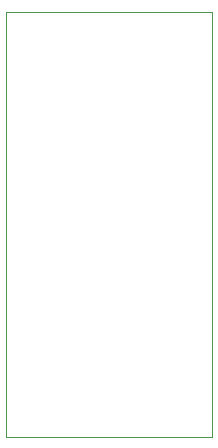
<source format=gbr>
%TF.GenerationSoftware,KiCad,Pcbnew,7.0.9*%
%TF.CreationDate,2024-01-13T12:42:42+01:00*%
%TF.ProjectId,attiny85_programmer,61747469-6e79-4383-955f-70726f677261,rev?*%
%TF.SameCoordinates,Original*%
%TF.FileFunction,Profile,NP*%
%FSLAX46Y46*%
G04 Gerber Fmt 4.6, Leading zero omitted, Abs format (unit mm)*
G04 Created by KiCad (PCBNEW 7.0.9) date 2024-01-13 12:42:42*
%MOMM*%
%LPD*%
G01*
G04 APERTURE LIST*
%TA.AperFunction,Profile*%
%ADD10C,0.100000*%
%TD*%
G04 APERTURE END LIST*
D10*
X129750000Y-68750000D02*
X147250000Y-68750000D01*
X147250000Y-104750000D01*
X129750000Y-104750000D01*
X129750000Y-68750000D01*
M02*

</source>
